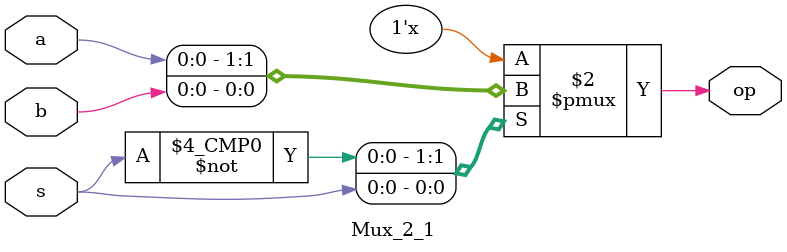
<source format=v>


module Mux_2_1 (op, a, b, s);
	// Output Ports
	output reg op;
	// Input Ports
	input a, b, s;
	// Code
	always @ (s, a, b)
	begin
		case (s)
		1'b0:	op<=a;
		1'b1:	op<=b;
		default: op=1'bz;
		endcase	
	end
endmodule

</source>
